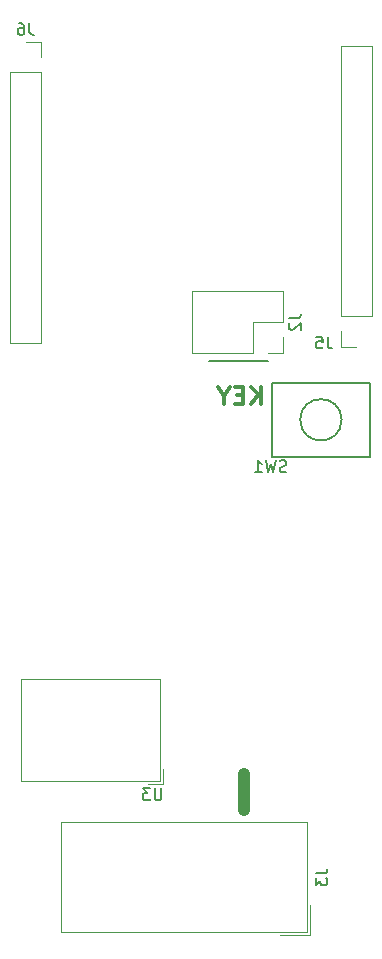
<source format=gbr>
G04 #@! TF.GenerationSoftware,KiCad,Pcbnew,5.0.2+dfsg1-1~bpo9+1*
G04 #@! TF.CreationDate,2019-04-25T13:48:24-07:00*
G04 #@! TF.ProjectId,HW,48572e6b-6963-4616-945f-706362585858,rev?*
G04 #@! TF.SameCoordinates,Original*
G04 #@! TF.FileFunction,Legend,Bot*
G04 #@! TF.FilePolarity,Positive*
%FSLAX46Y46*%
G04 Gerber Fmt 4.6, Leading zero omitted, Abs format (unit mm)*
G04 Created by KiCad (PCBNEW 5.0.2+dfsg1-1~bpo9+1) date Thu 25 Apr 2019 01:48:24 PM PDT*
%MOMM*%
%LPD*%
G01*
G04 APERTURE LIST*
%ADD10C,0.300000*%
%ADD11C,0.200000*%
%ADD12C,1.000000*%
%ADD13C,0.150000*%
%ADD14C,0.120000*%
G04 APERTURE END LIST*
D10*
X132447857Y-98678571D02*
X132447857Y-97178571D01*
X131590714Y-98678571D02*
X132233571Y-97821428D01*
X131590714Y-97178571D02*
X132447857Y-98035714D01*
X130947857Y-97892857D02*
X130447857Y-97892857D01*
X130233571Y-98678571D02*
X130947857Y-98678571D01*
X130947857Y-97178571D01*
X130233571Y-97178571D01*
X129305000Y-97964285D02*
X129305000Y-98678571D01*
X129805000Y-97178571D02*
X129305000Y-97964285D01*
X128805000Y-97178571D01*
D11*
X128000000Y-95000000D02*
X133000000Y-95000000D01*
D12*
X131000000Y-130000000D02*
X131000000Y-133000000D01*
D13*
G04 #@! TO.C,SW1*
X133360000Y-96850000D02*
X141660000Y-96850000D01*
X141660000Y-103150000D02*
X141660000Y-96850000D01*
X133360000Y-103150000D02*
X133360000Y-96850000D01*
X133360000Y-103150000D02*
X141660000Y-103150000D01*
X139260000Y-100000000D02*
G75*
G03X139260000Y-100000000I-1750000J0D01*
G01*
D14*
G04 #@! TO.C,J2*
X126590000Y-94330000D02*
X126590000Y-89130000D01*
X131730000Y-94330000D02*
X126590000Y-94330000D01*
X134330000Y-89130000D02*
X126590000Y-89130000D01*
X131730000Y-94330000D02*
X131730000Y-91730000D01*
X131730000Y-91730000D02*
X134330000Y-91730000D01*
X134330000Y-91730000D02*
X134330000Y-89130000D01*
X133000000Y-94330000D02*
X134330000Y-94330000D01*
X134330000Y-94330000D02*
X134330000Y-93000000D01*
G04 #@! TO.C,J6*
X113830000Y-67970000D02*
X112500000Y-67970000D01*
X113830000Y-69300000D02*
X113830000Y-67970000D01*
X113830000Y-70570000D02*
X111170000Y-70570000D01*
X111170000Y-70570000D02*
X111170000Y-93490000D01*
X113830000Y-70570000D02*
X113830000Y-93490000D01*
X113830000Y-93490000D02*
X111170000Y-93490000D01*
G04 #@! TO.C,J5*
X139170000Y-68310000D02*
X141830000Y-68310000D01*
X139170000Y-91230000D02*
X139170000Y-68310000D01*
X141830000Y-91230000D02*
X141830000Y-68310000D01*
X139170000Y-91230000D02*
X141830000Y-91230000D01*
X139170000Y-92500000D02*
X139170000Y-93830000D01*
X139170000Y-93830000D02*
X140500000Y-93830000D01*
G04 #@! TO.C,U3*
X123871000Y-121940000D02*
X112150000Y-121940000D01*
X123871000Y-130560000D02*
X112150000Y-130560000D01*
X123871000Y-121940000D02*
X123871000Y-130560000D01*
X112150000Y-121940000D02*
X112150000Y-130560000D01*
X124111000Y-129560000D02*
X124111000Y-130800000D01*
X124111000Y-130800000D02*
X122871000Y-130800000D01*
G04 #@! TO.C,J3*
X136350000Y-134055000D02*
X115490000Y-134055000D01*
X115490000Y-134055000D02*
X115490000Y-143405000D01*
X115490000Y-143405000D02*
X136350000Y-143405000D01*
X136350000Y-143405000D02*
X136350000Y-134055000D01*
X136600000Y-143655000D02*
X134060000Y-143655000D01*
X136600000Y-143655000D02*
X136600000Y-141115000D01*
G04 #@! TO.C,SW1*
D13*
X134583333Y-104384761D02*
X134440476Y-104432380D01*
X134202380Y-104432380D01*
X134107142Y-104384761D01*
X134059523Y-104337142D01*
X134011904Y-104241904D01*
X134011904Y-104146666D01*
X134059523Y-104051428D01*
X134107142Y-104003809D01*
X134202380Y-103956190D01*
X134392857Y-103908571D01*
X134488095Y-103860952D01*
X134535714Y-103813333D01*
X134583333Y-103718095D01*
X134583333Y-103622857D01*
X134535714Y-103527619D01*
X134488095Y-103480000D01*
X134392857Y-103432380D01*
X134154761Y-103432380D01*
X134011904Y-103480000D01*
X133678571Y-103432380D02*
X133440476Y-104432380D01*
X133250000Y-103718095D01*
X133059523Y-104432380D01*
X132821428Y-103432380D01*
X131916666Y-104432380D02*
X132488095Y-104432380D01*
X132202380Y-104432380D02*
X132202380Y-103432380D01*
X132297619Y-103575238D01*
X132392857Y-103670476D01*
X132488095Y-103718095D01*
G04 #@! TO.C,J2*
X134782380Y-91396666D02*
X135496666Y-91396666D01*
X135639523Y-91349047D01*
X135734761Y-91253809D01*
X135782380Y-91110952D01*
X135782380Y-91015714D01*
X134877619Y-91825238D02*
X134830000Y-91872857D01*
X134782380Y-91968095D01*
X134782380Y-92206190D01*
X134830000Y-92301428D01*
X134877619Y-92349047D01*
X134972857Y-92396666D01*
X135068095Y-92396666D01*
X135210952Y-92349047D01*
X135782380Y-91777619D01*
X135782380Y-92396666D01*
G04 #@! TO.C,J6*
X112833333Y-66422380D02*
X112833333Y-67136666D01*
X112880952Y-67279523D01*
X112976190Y-67374761D01*
X113119047Y-67422380D01*
X113214285Y-67422380D01*
X111928571Y-66422380D02*
X112119047Y-66422380D01*
X112214285Y-66470000D01*
X112261904Y-66517619D01*
X112357142Y-66660476D01*
X112404761Y-66850952D01*
X112404761Y-67231904D01*
X112357142Y-67327142D01*
X112309523Y-67374761D01*
X112214285Y-67422380D01*
X112023809Y-67422380D01*
X111928571Y-67374761D01*
X111880952Y-67327142D01*
X111833333Y-67231904D01*
X111833333Y-66993809D01*
X111880952Y-66898571D01*
X111928571Y-66850952D01*
X112023809Y-66803333D01*
X112214285Y-66803333D01*
X112309523Y-66850952D01*
X112357142Y-66898571D01*
X112404761Y-66993809D01*
G04 #@! TO.C,J5*
X138083333Y-92952380D02*
X138083333Y-93666666D01*
X138130952Y-93809523D01*
X138226190Y-93904761D01*
X138369047Y-93952380D01*
X138464285Y-93952380D01*
X137130952Y-92952380D02*
X137607142Y-92952380D01*
X137654761Y-93428571D01*
X137607142Y-93380952D01*
X137511904Y-93333333D01*
X137273809Y-93333333D01*
X137178571Y-93380952D01*
X137130952Y-93428571D01*
X137083333Y-93523809D01*
X137083333Y-93761904D01*
X137130952Y-93857142D01*
X137178571Y-93904761D01*
X137273809Y-93952380D01*
X137511904Y-93952380D01*
X137607142Y-93904761D01*
X137654761Y-93857142D01*
G04 #@! TO.C,U3*
X124011904Y-131202380D02*
X124011904Y-132011904D01*
X123964285Y-132107142D01*
X123916666Y-132154761D01*
X123821428Y-132202380D01*
X123630952Y-132202380D01*
X123535714Y-132154761D01*
X123488095Y-132107142D01*
X123440476Y-132011904D01*
X123440476Y-131202380D01*
X123059523Y-131202380D02*
X122440476Y-131202380D01*
X122773809Y-131583333D01*
X122630952Y-131583333D01*
X122535714Y-131630952D01*
X122488095Y-131678571D01*
X122440476Y-131773809D01*
X122440476Y-132011904D01*
X122488095Y-132107142D01*
X122535714Y-132154761D01*
X122630952Y-132202380D01*
X122916666Y-132202380D01*
X123011904Y-132154761D01*
X123059523Y-132107142D01*
G04 #@! TO.C,J3*
X137056380Y-138396666D02*
X137770666Y-138396666D01*
X137913523Y-138349047D01*
X138008761Y-138253809D01*
X138056380Y-138110952D01*
X138056380Y-138015714D01*
X137056380Y-138777619D02*
X137056380Y-139396666D01*
X137437333Y-139063333D01*
X137437333Y-139206190D01*
X137484952Y-139301428D01*
X137532571Y-139349047D01*
X137627809Y-139396666D01*
X137865904Y-139396666D01*
X137961142Y-139349047D01*
X138008761Y-139301428D01*
X138056380Y-139206190D01*
X138056380Y-138920476D01*
X138008761Y-138825238D01*
X137961142Y-138777619D01*
G04 #@! TD*
M02*

</source>
